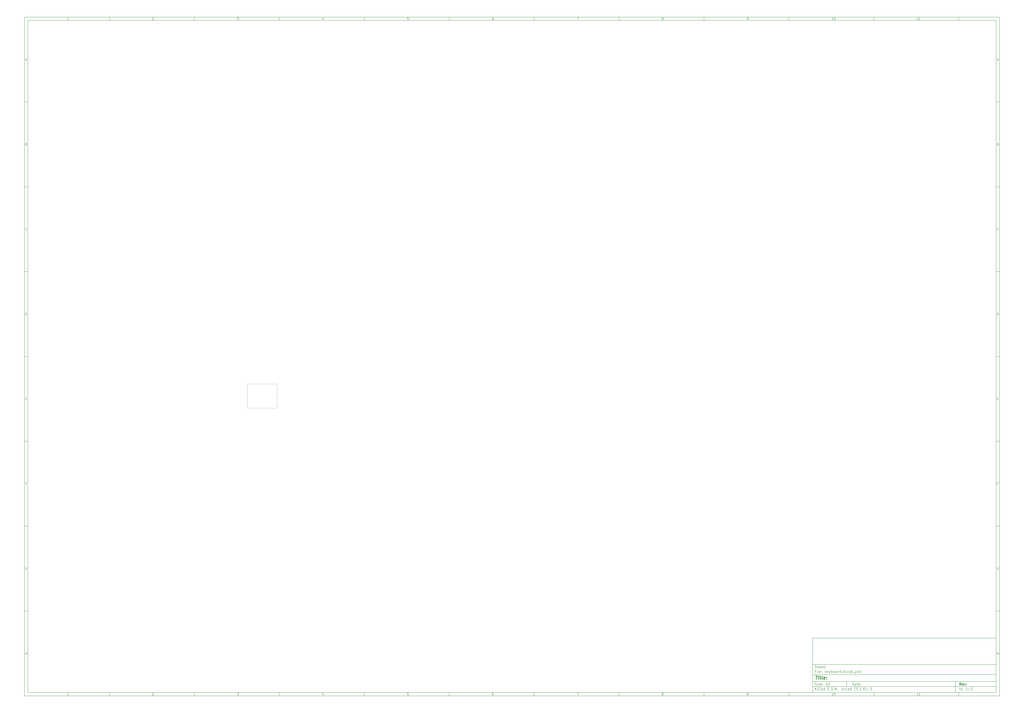
<source format=gbr>
G04 #@! TF.GenerationSoftware,KiCad,Pcbnew,(5.1.6)-1*
G04 #@! TF.CreationDate,2020-10-04T22:42:36-04:00*
G04 #@! TF.ProjectId,keyboard,6b657962-6f61-4726-942e-6b696361645f,rev?*
G04 #@! TF.SameCoordinates,Original*
G04 #@! TF.FileFunction,Other,User*
%FSLAX46Y46*%
G04 Gerber Fmt 4.6, Leading zero omitted, Abs format (unit mm)*
G04 Created by KiCad (PCBNEW (5.1.6)-1) date 2020-10-04 22:42:36*
%MOMM*%
%LPD*%
G01*
G04 APERTURE LIST*
%ADD10C,0.100000*%
%ADD11C,0.150000*%
%ADD12C,0.300000*%
%ADD13C,0.400000*%
%ADD14C,0.050000*%
G04 APERTURE END LIST*
D10*
D11*
X474004400Y-375989000D02*
X474004400Y-407989000D01*
X582004400Y-407989000D01*
X582004400Y-375989000D01*
X474004400Y-375989000D01*
D10*
D11*
X10000000Y-10000000D02*
X10000000Y-409989000D01*
X584004400Y-409989000D01*
X584004400Y-10000000D01*
X10000000Y-10000000D01*
D10*
D11*
X12000000Y-12000000D02*
X12000000Y-407989000D01*
X582004400Y-407989000D01*
X582004400Y-12000000D01*
X12000000Y-12000000D01*
D10*
D11*
X60000000Y-12000000D02*
X60000000Y-10000000D01*
D10*
D11*
X110000000Y-12000000D02*
X110000000Y-10000000D01*
D10*
D11*
X160000000Y-12000000D02*
X160000000Y-10000000D01*
D10*
D11*
X210000000Y-12000000D02*
X210000000Y-10000000D01*
D10*
D11*
X260000000Y-12000000D02*
X260000000Y-10000000D01*
D10*
D11*
X310000000Y-12000000D02*
X310000000Y-10000000D01*
D10*
D11*
X360000000Y-12000000D02*
X360000000Y-10000000D01*
D10*
D11*
X410000000Y-12000000D02*
X410000000Y-10000000D01*
D10*
D11*
X460000000Y-12000000D02*
X460000000Y-10000000D01*
D10*
D11*
X510000000Y-12000000D02*
X510000000Y-10000000D01*
D10*
D11*
X560000000Y-12000000D02*
X560000000Y-10000000D01*
D10*
D11*
X36065476Y-11588095D02*
X35322619Y-11588095D01*
X35694047Y-11588095D02*
X35694047Y-10288095D01*
X35570238Y-10473809D01*
X35446428Y-10597619D01*
X35322619Y-10659523D01*
D10*
D11*
X85322619Y-10411904D02*
X85384523Y-10350000D01*
X85508333Y-10288095D01*
X85817857Y-10288095D01*
X85941666Y-10350000D01*
X86003571Y-10411904D01*
X86065476Y-10535714D01*
X86065476Y-10659523D01*
X86003571Y-10845238D01*
X85260714Y-11588095D01*
X86065476Y-11588095D01*
D10*
D11*
X135260714Y-10288095D02*
X136065476Y-10288095D01*
X135632142Y-10783333D01*
X135817857Y-10783333D01*
X135941666Y-10845238D01*
X136003571Y-10907142D01*
X136065476Y-11030952D01*
X136065476Y-11340476D01*
X136003571Y-11464285D01*
X135941666Y-11526190D01*
X135817857Y-11588095D01*
X135446428Y-11588095D01*
X135322619Y-11526190D01*
X135260714Y-11464285D01*
D10*
D11*
X185941666Y-10721428D02*
X185941666Y-11588095D01*
X185632142Y-10226190D02*
X185322619Y-11154761D01*
X186127380Y-11154761D01*
D10*
D11*
X236003571Y-10288095D02*
X235384523Y-10288095D01*
X235322619Y-10907142D01*
X235384523Y-10845238D01*
X235508333Y-10783333D01*
X235817857Y-10783333D01*
X235941666Y-10845238D01*
X236003571Y-10907142D01*
X236065476Y-11030952D01*
X236065476Y-11340476D01*
X236003571Y-11464285D01*
X235941666Y-11526190D01*
X235817857Y-11588095D01*
X235508333Y-11588095D01*
X235384523Y-11526190D01*
X235322619Y-11464285D01*
D10*
D11*
X285941666Y-10288095D02*
X285694047Y-10288095D01*
X285570238Y-10350000D01*
X285508333Y-10411904D01*
X285384523Y-10597619D01*
X285322619Y-10845238D01*
X285322619Y-11340476D01*
X285384523Y-11464285D01*
X285446428Y-11526190D01*
X285570238Y-11588095D01*
X285817857Y-11588095D01*
X285941666Y-11526190D01*
X286003571Y-11464285D01*
X286065476Y-11340476D01*
X286065476Y-11030952D01*
X286003571Y-10907142D01*
X285941666Y-10845238D01*
X285817857Y-10783333D01*
X285570238Y-10783333D01*
X285446428Y-10845238D01*
X285384523Y-10907142D01*
X285322619Y-11030952D01*
D10*
D11*
X335260714Y-10288095D02*
X336127380Y-10288095D01*
X335570238Y-11588095D01*
D10*
D11*
X385570238Y-10845238D02*
X385446428Y-10783333D01*
X385384523Y-10721428D01*
X385322619Y-10597619D01*
X385322619Y-10535714D01*
X385384523Y-10411904D01*
X385446428Y-10350000D01*
X385570238Y-10288095D01*
X385817857Y-10288095D01*
X385941666Y-10350000D01*
X386003571Y-10411904D01*
X386065476Y-10535714D01*
X386065476Y-10597619D01*
X386003571Y-10721428D01*
X385941666Y-10783333D01*
X385817857Y-10845238D01*
X385570238Y-10845238D01*
X385446428Y-10907142D01*
X385384523Y-10969047D01*
X385322619Y-11092857D01*
X385322619Y-11340476D01*
X385384523Y-11464285D01*
X385446428Y-11526190D01*
X385570238Y-11588095D01*
X385817857Y-11588095D01*
X385941666Y-11526190D01*
X386003571Y-11464285D01*
X386065476Y-11340476D01*
X386065476Y-11092857D01*
X386003571Y-10969047D01*
X385941666Y-10907142D01*
X385817857Y-10845238D01*
D10*
D11*
X435446428Y-11588095D02*
X435694047Y-11588095D01*
X435817857Y-11526190D01*
X435879761Y-11464285D01*
X436003571Y-11278571D01*
X436065476Y-11030952D01*
X436065476Y-10535714D01*
X436003571Y-10411904D01*
X435941666Y-10350000D01*
X435817857Y-10288095D01*
X435570238Y-10288095D01*
X435446428Y-10350000D01*
X435384523Y-10411904D01*
X435322619Y-10535714D01*
X435322619Y-10845238D01*
X435384523Y-10969047D01*
X435446428Y-11030952D01*
X435570238Y-11092857D01*
X435817857Y-11092857D01*
X435941666Y-11030952D01*
X436003571Y-10969047D01*
X436065476Y-10845238D01*
D10*
D11*
X486065476Y-11588095D02*
X485322619Y-11588095D01*
X485694047Y-11588095D02*
X485694047Y-10288095D01*
X485570238Y-10473809D01*
X485446428Y-10597619D01*
X485322619Y-10659523D01*
X486870238Y-10288095D02*
X486994047Y-10288095D01*
X487117857Y-10350000D01*
X487179761Y-10411904D01*
X487241666Y-10535714D01*
X487303571Y-10783333D01*
X487303571Y-11092857D01*
X487241666Y-11340476D01*
X487179761Y-11464285D01*
X487117857Y-11526190D01*
X486994047Y-11588095D01*
X486870238Y-11588095D01*
X486746428Y-11526190D01*
X486684523Y-11464285D01*
X486622619Y-11340476D01*
X486560714Y-11092857D01*
X486560714Y-10783333D01*
X486622619Y-10535714D01*
X486684523Y-10411904D01*
X486746428Y-10350000D01*
X486870238Y-10288095D01*
D10*
D11*
X536065476Y-11588095D02*
X535322619Y-11588095D01*
X535694047Y-11588095D02*
X535694047Y-10288095D01*
X535570238Y-10473809D01*
X535446428Y-10597619D01*
X535322619Y-10659523D01*
X537303571Y-11588095D02*
X536560714Y-11588095D01*
X536932142Y-11588095D02*
X536932142Y-10288095D01*
X536808333Y-10473809D01*
X536684523Y-10597619D01*
X536560714Y-10659523D01*
D10*
D11*
X60000000Y-407989000D02*
X60000000Y-409989000D01*
D10*
D11*
X110000000Y-407989000D02*
X110000000Y-409989000D01*
D10*
D11*
X160000000Y-407989000D02*
X160000000Y-409989000D01*
D10*
D11*
X210000000Y-407989000D02*
X210000000Y-409989000D01*
D10*
D11*
X260000000Y-407989000D02*
X260000000Y-409989000D01*
D10*
D11*
X310000000Y-407989000D02*
X310000000Y-409989000D01*
D10*
D11*
X360000000Y-407989000D02*
X360000000Y-409989000D01*
D10*
D11*
X410000000Y-407989000D02*
X410000000Y-409989000D01*
D10*
D11*
X460000000Y-407989000D02*
X460000000Y-409989000D01*
D10*
D11*
X510000000Y-407989000D02*
X510000000Y-409989000D01*
D10*
D11*
X560000000Y-407989000D02*
X560000000Y-409989000D01*
D10*
D11*
X36065476Y-409577095D02*
X35322619Y-409577095D01*
X35694047Y-409577095D02*
X35694047Y-408277095D01*
X35570238Y-408462809D01*
X35446428Y-408586619D01*
X35322619Y-408648523D01*
D10*
D11*
X85322619Y-408400904D02*
X85384523Y-408339000D01*
X85508333Y-408277095D01*
X85817857Y-408277095D01*
X85941666Y-408339000D01*
X86003571Y-408400904D01*
X86065476Y-408524714D01*
X86065476Y-408648523D01*
X86003571Y-408834238D01*
X85260714Y-409577095D01*
X86065476Y-409577095D01*
D10*
D11*
X135260714Y-408277095D02*
X136065476Y-408277095D01*
X135632142Y-408772333D01*
X135817857Y-408772333D01*
X135941666Y-408834238D01*
X136003571Y-408896142D01*
X136065476Y-409019952D01*
X136065476Y-409329476D01*
X136003571Y-409453285D01*
X135941666Y-409515190D01*
X135817857Y-409577095D01*
X135446428Y-409577095D01*
X135322619Y-409515190D01*
X135260714Y-409453285D01*
D10*
D11*
X185941666Y-408710428D02*
X185941666Y-409577095D01*
X185632142Y-408215190D02*
X185322619Y-409143761D01*
X186127380Y-409143761D01*
D10*
D11*
X236003571Y-408277095D02*
X235384523Y-408277095D01*
X235322619Y-408896142D01*
X235384523Y-408834238D01*
X235508333Y-408772333D01*
X235817857Y-408772333D01*
X235941666Y-408834238D01*
X236003571Y-408896142D01*
X236065476Y-409019952D01*
X236065476Y-409329476D01*
X236003571Y-409453285D01*
X235941666Y-409515190D01*
X235817857Y-409577095D01*
X235508333Y-409577095D01*
X235384523Y-409515190D01*
X235322619Y-409453285D01*
D10*
D11*
X285941666Y-408277095D02*
X285694047Y-408277095D01*
X285570238Y-408339000D01*
X285508333Y-408400904D01*
X285384523Y-408586619D01*
X285322619Y-408834238D01*
X285322619Y-409329476D01*
X285384523Y-409453285D01*
X285446428Y-409515190D01*
X285570238Y-409577095D01*
X285817857Y-409577095D01*
X285941666Y-409515190D01*
X286003571Y-409453285D01*
X286065476Y-409329476D01*
X286065476Y-409019952D01*
X286003571Y-408896142D01*
X285941666Y-408834238D01*
X285817857Y-408772333D01*
X285570238Y-408772333D01*
X285446428Y-408834238D01*
X285384523Y-408896142D01*
X285322619Y-409019952D01*
D10*
D11*
X335260714Y-408277095D02*
X336127380Y-408277095D01*
X335570238Y-409577095D01*
D10*
D11*
X385570238Y-408834238D02*
X385446428Y-408772333D01*
X385384523Y-408710428D01*
X385322619Y-408586619D01*
X385322619Y-408524714D01*
X385384523Y-408400904D01*
X385446428Y-408339000D01*
X385570238Y-408277095D01*
X385817857Y-408277095D01*
X385941666Y-408339000D01*
X386003571Y-408400904D01*
X386065476Y-408524714D01*
X386065476Y-408586619D01*
X386003571Y-408710428D01*
X385941666Y-408772333D01*
X385817857Y-408834238D01*
X385570238Y-408834238D01*
X385446428Y-408896142D01*
X385384523Y-408958047D01*
X385322619Y-409081857D01*
X385322619Y-409329476D01*
X385384523Y-409453285D01*
X385446428Y-409515190D01*
X385570238Y-409577095D01*
X385817857Y-409577095D01*
X385941666Y-409515190D01*
X386003571Y-409453285D01*
X386065476Y-409329476D01*
X386065476Y-409081857D01*
X386003571Y-408958047D01*
X385941666Y-408896142D01*
X385817857Y-408834238D01*
D10*
D11*
X435446428Y-409577095D02*
X435694047Y-409577095D01*
X435817857Y-409515190D01*
X435879761Y-409453285D01*
X436003571Y-409267571D01*
X436065476Y-409019952D01*
X436065476Y-408524714D01*
X436003571Y-408400904D01*
X435941666Y-408339000D01*
X435817857Y-408277095D01*
X435570238Y-408277095D01*
X435446428Y-408339000D01*
X435384523Y-408400904D01*
X435322619Y-408524714D01*
X435322619Y-408834238D01*
X435384523Y-408958047D01*
X435446428Y-409019952D01*
X435570238Y-409081857D01*
X435817857Y-409081857D01*
X435941666Y-409019952D01*
X436003571Y-408958047D01*
X436065476Y-408834238D01*
D10*
D11*
X486065476Y-409577095D02*
X485322619Y-409577095D01*
X485694047Y-409577095D02*
X485694047Y-408277095D01*
X485570238Y-408462809D01*
X485446428Y-408586619D01*
X485322619Y-408648523D01*
X486870238Y-408277095D02*
X486994047Y-408277095D01*
X487117857Y-408339000D01*
X487179761Y-408400904D01*
X487241666Y-408524714D01*
X487303571Y-408772333D01*
X487303571Y-409081857D01*
X487241666Y-409329476D01*
X487179761Y-409453285D01*
X487117857Y-409515190D01*
X486994047Y-409577095D01*
X486870238Y-409577095D01*
X486746428Y-409515190D01*
X486684523Y-409453285D01*
X486622619Y-409329476D01*
X486560714Y-409081857D01*
X486560714Y-408772333D01*
X486622619Y-408524714D01*
X486684523Y-408400904D01*
X486746428Y-408339000D01*
X486870238Y-408277095D01*
D10*
D11*
X536065476Y-409577095D02*
X535322619Y-409577095D01*
X535694047Y-409577095D02*
X535694047Y-408277095D01*
X535570238Y-408462809D01*
X535446428Y-408586619D01*
X535322619Y-408648523D01*
X537303571Y-409577095D02*
X536560714Y-409577095D01*
X536932142Y-409577095D02*
X536932142Y-408277095D01*
X536808333Y-408462809D01*
X536684523Y-408586619D01*
X536560714Y-408648523D01*
D10*
D11*
X10000000Y-60000000D02*
X12000000Y-60000000D01*
D10*
D11*
X10000000Y-110000000D02*
X12000000Y-110000000D01*
D10*
D11*
X10000000Y-160000000D02*
X12000000Y-160000000D01*
D10*
D11*
X10000000Y-210000000D02*
X12000000Y-210000000D01*
D10*
D11*
X10000000Y-260000000D02*
X12000000Y-260000000D01*
D10*
D11*
X10000000Y-310000000D02*
X12000000Y-310000000D01*
D10*
D11*
X10000000Y-360000000D02*
X12000000Y-360000000D01*
D10*
D11*
X10690476Y-35216666D02*
X11309523Y-35216666D01*
X10566666Y-35588095D02*
X11000000Y-34288095D01*
X11433333Y-35588095D01*
D10*
D11*
X11092857Y-84907142D02*
X11278571Y-84969047D01*
X11340476Y-85030952D01*
X11402380Y-85154761D01*
X11402380Y-85340476D01*
X11340476Y-85464285D01*
X11278571Y-85526190D01*
X11154761Y-85588095D01*
X10659523Y-85588095D01*
X10659523Y-84288095D01*
X11092857Y-84288095D01*
X11216666Y-84350000D01*
X11278571Y-84411904D01*
X11340476Y-84535714D01*
X11340476Y-84659523D01*
X11278571Y-84783333D01*
X11216666Y-84845238D01*
X11092857Y-84907142D01*
X10659523Y-84907142D01*
D10*
D11*
X11402380Y-135464285D02*
X11340476Y-135526190D01*
X11154761Y-135588095D01*
X11030952Y-135588095D01*
X10845238Y-135526190D01*
X10721428Y-135402380D01*
X10659523Y-135278571D01*
X10597619Y-135030952D01*
X10597619Y-134845238D01*
X10659523Y-134597619D01*
X10721428Y-134473809D01*
X10845238Y-134350000D01*
X11030952Y-134288095D01*
X11154761Y-134288095D01*
X11340476Y-134350000D01*
X11402380Y-134411904D01*
D10*
D11*
X10659523Y-185588095D02*
X10659523Y-184288095D01*
X10969047Y-184288095D01*
X11154761Y-184350000D01*
X11278571Y-184473809D01*
X11340476Y-184597619D01*
X11402380Y-184845238D01*
X11402380Y-185030952D01*
X11340476Y-185278571D01*
X11278571Y-185402380D01*
X11154761Y-185526190D01*
X10969047Y-185588095D01*
X10659523Y-185588095D01*
D10*
D11*
X10721428Y-234907142D02*
X11154761Y-234907142D01*
X11340476Y-235588095D02*
X10721428Y-235588095D01*
X10721428Y-234288095D01*
X11340476Y-234288095D01*
D10*
D11*
X11185714Y-284907142D02*
X10752380Y-284907142D01*
X10752380Y-285588095D02*
X10752380Y-284288095D01*
X11371428Y-284288095D01*
D10*
D11*
X11340476Y-334350000D02*
X11216666Y-334288095D01*
X11030952Y-334288095D01*
X10845238Y-334350000D01*
X10721428Y-334473809D01*
X10659523Y-334597619D01*
X10597619Y-334845238D01*
X10597619Y-335030952D01*
X10659523Y-335278571D01*
X10721428Y-335402380D01*
X10845238Y-335526190D01*
X11030952Y-335588095D01*
X11154761Y-335588095D01*
X11340476Y-335526190D01*
X11402380Y-335464285D01*
X11402380Y-335030952D01*
X11154761Y-335030952D01*
D10*
D11*
X10628571Y-385588095D02*
X10628571Y-384288095D01*
X10628571Y-384907142D02*
X11371428Y-384907142D01*
X11371428Y-385588095D02*
X11371428Y-384288095D01*
D10*
D11*
X584004400Y-60000000D02*
X582004400Y-60000000D01*
D10*
D11*
X584004400Y-110000000D02*
X582004400Y-110000000D01*
D10*
D11*
X584004400Y-160000000D02*
X582004400Y-160000000D01*
D10*
D11*
X584004400Y-210000000D02*
X582004400Y-210000000D01*
D10*
D11*
X584004400Y-260000000D02*
X582004400Y-260000000D01*
D10*
D11*
X584004400Y-310000000D02*
X582004400Y-310000000D01*
D10*
D11*
X584004400Y-360000000D02*
X582004400Y-360000000D01*
D10*
D11*
X582694876Y-35216666D02*
X583313923Y-35216666D01*
X582571066Y-35588095D02*
X583004400Y-34288095D01*
X583437733Y-35588095D01*
D10*
D11*
X583097257Y-84907142D02*
X583282971Y-84969047D01*
X583344876Y-85030952D01*
X583406780Y-85154761D01*
X583406780Y-85340476D01*
X583344876Y-85464285D01*
X583282971Y-85526190D01*
X583159161Y-85588095D01*
X582663923Y-85588095D01*
X582663923Y-84288095D01*
X583097257Y-84288095D01*
X583221066Y-84350000D01*
X583282971Y-84411904D01*
X583344876Y-84535714D01*
X583344876Y-84659523D01*
X583282971Y-84783333D01*
X583221066Y-84845238D01*
X583097257Y-84907142D01*
X582663923Y-84907142D01*
D10*
D11*
X583406780Y-135464285D02*
X583344876Y-135526190D01*
X583159161Y-135588095D01*
X583035352Y-135588095D01*
X582849638Y-135526190D01*
X582725828Y-135402380D01*
X582663923Y-135278571D01*
X582602019Y-135030952D01*
X582602019Y-134845238D01*
X582663923Y-134597619D01*
X582725828Y-134473809D01*
X582849638Y-134350000D01*
X583035352Y-134288095D01*
X583159161Y-134288095D01*
X583344876Y-134350000D01*
X583406780Y-134411904D01*
D10*
D11*
X582663923Y-185588095D02*
X582663923Y-184288095D01*
X582973447Y-184288095D01*
X583159161Y-184350000D01*
X583282971Y-184473809D01*
X583344876Y-184597619D01*
X583406780Y-184845238D01*
X583406780Y-185030952D01*
X583344876Y-185278571D01*
X583282971Y-185402380D01*
X583159161Y-185526190D01*
X582973447Y-185588095D01*
X582663923Y-185588095D01*
D10*
D11*
X582725828Y-234907142D02*
X583159161Y-234907142D01*
X583344876Y-235588095D02*
X582725828Y-235588095D01*
X582725828Y-234288095D01*
X583344876Y-234288095D01*
D10*
D11*
X583190114Y-284907142D02*
X582756780Y-284907142D01*
X582756780Y-285588095D02*
X582756780Y-284288095D01*
X583375828Y-284288095D01*
D10*
D11*
X583344876Y-334350000D02*
X583221066Y-334288095D01*
X583035352Y-334288095D01*
X582849638Y-334350000D01*
X582725828Y-334473809D01*
X582663923Y-334597619D01*
X582602019Y-334845238D01*
X582602019Y-335030952D01*
X582663923Y-335278571D01*
X582725828Y-335402380D01*
X582849638Y-335526190D01*
X583035352Y-335588095D01*
X583159161Y-335588095D01*
X583344876Y-335526190D01*
X583406780Y-335464285D01*
X583406780Y-335030952D01*
X583159161Y-335030952D01*
D10*
D11*
X582632971Y-385588095D02*
X582632971Y-384288095D01*
X582632971Y-384907142D02*
X583375828Y-384907142D01*
X583375828Y-385588095D02*
X583375828Y-384288095D01*
D10*
D11*
X497436542Y-403767571D02*
X497436542Y-402267571D01*
X497793685Y-402267571D01*
X498007971Y-402339000D01*
X498150828Y-402481857D01*
X498222257Y-402624714D01*
X498293685Y-402910428D01*
X498293685Y-403124714D01*
X498222257Y-403410428D01*
X498150828Y-403553285D01*
X498007971Y-403696142D01*
X497793685Y-403767571D01*
X497436542Y-403767571D01*
X499579400Y-403767571D02*
X499579400Y-402981857D01*
X499507971Y-402839000D01*
X499365114Y-402767571D01*
X499079400Y-402767571D01*
X498936542Y-402839000D01*
X499579400Y-403696142D02*
X499436542Y-403767571D01*
X499079400Y-403767571D01*
X498936542Y-403696142D01*
X498865114Y-403553285D01*
X498865114Y-403410428D01*
X498936542Y-403267571D01*
X499079400Y-403196142D01*
X499436542Y-403196142D01*
X499579400Y-403124714D01*
X500079400Y-402767571D02*
X500650828Y-402767571D01*
X500293685Y-402267571D02*
X500293685Y-403553285D01*
X500365114Y-403696142D01*
X500507971Y-403767571D01*
X500650828Y-403767571D01*
X501722257Y-403696142D02*
X501579400Y-403767571D01*
X501293685Y-403767571D01*
X501150828Y-403696142D01*
X501079400Y-403553285D01*
X501079400Y-402981857D01*
X501150828Y-402839000D01*
X501293685Y-402767571D01*
X501579400Y-402767571D01*
X501722257Y-402839000D01*
X501793685Y-402981857D01*
X501793685Y-403124714D01*
X501079400Y-403267571D01*
X502436542Y-403624714D02*
X502507971Y-403696142D01*
X502436542Y-403767571D01*
X502365114Y-403696142D01*
X502436542Y-403624714D01*
X502436542Y-403767571D01*
X502436542Y-402839000D02*
X502507971Y-402910428D01*
X502436542Y-402981857D01*
X502365114Y-402910428D01*
X502436542Y-402839000D01*
X502436542Y-402981857D01*
D10*
D11*
X474004400Y-404489000D02*
X582004400Y-404489000D01*
D10*
D11*
X475436542Y-406567571D02*
X475436542Y-405067571D01*
X476293685Y-406567571D02*
X475650828Y-405710428D01*
X476293685Y-405067571D02*
X475436542Y-405924714D01*
X476936542Y-406567571D02*
X476936542Y-405567571D01*
X476936542Y-405067571D02*
X476865114Y-405139000D01*
X476936542Y-405210428D01*
X477007971Y-405139000D01*
X476936542Y-405067571D01*
X476936542Y-405210428D01*
X478507971Y-406424714D02*
X478436542Y-406496142D01*
X478222257Y-406567571D01*
X478079400Y-406567571D01*
X477865114Y-406496142D01*
X477722257Y-406353285D01*
X477650828Y-406210428D01*
X477579400Y-405924714D01*
X477579400Y-405710428D01*
X477650828Y-405424714D01*
X477722257Y-405281857D01*
X477865114Y-405139000D01*
X478079400Y-405067571D01*
X478222257Y-405067571D01*
X478436542Y-405139000D01*
X478507971Y-405210428D01*
X479793685Y-406567571D02*
X479793685Y-405781857D01*
X479722257Y-405639000D01*
X479579400Y-405567571D01*
X479293685Y-405567571D01*
X479150828Y-405639000D01*
X479793685Y-406496142D02*
X479650828Y-406567571D01*
X479293685Y-406567571D01*
X479150828Y-406496142D01*
X479079400Y-406353285D01*
X479079400Y-406210428D01*
X479150828Y-406067571D01*
X479293685Y-405996142D01*
X479650828Y-405996142D01*
X479793685Y-405924714D01*
X481150828Y-406567571D02*
X481150828Y-405067571D01*
X481150828Y-406496142D02*
X481007971Y-406567571D01*
X480722257Y-406567571D01*
X480579400Y-406496142D01*
X480507971Y-406424714D01*
X480436542Y-406281857D01*
X480436542Y-405853285D01*
X480507971Y-405710428D01*
X480579400Y-405639000D01*
X480722257Y-405567571D01*
X481007971Y-405567571D01*
X481150828Y-405639000D01*
X483007971Y-405781857D02*
X483507971Y-405781857D01*
X483722257Y-406567571D02*
X483007971Y-406567571D01*
X483007971Y-405067571D01*
X483722257Y-405067571D01*
X484365114Y-406424714D02*
X484436542Y-406496142D01*
X484365114Y-406567571D01*
X484293685Y-406496142D01*
X484365114Y-406424714D01*
X484365114Y-406567571D01*
X485079400Y-406567571D02*
X485079400Y-405067571D01*
X485436542Y-405067571D01*
X485650828Y-405139000D01*
X485793685Y-405281857D01*
X485865114Y-405424714D01*
X485936542Y-405710428D01*
X485936542Y-405924714D01*
X485865114Y-406210428D01*
X485793685Y-406353285D01*
X485650828Y-406496142D01*
X485436542Y-406567571D01*
X485079400Y-406567571D01*
X486579400Y-406424714D02*
X486650828Y-406496142D01*
X486579400Y-406567571D01*
X486507971Y-406496142D01*
X486579400Y-406424714D01*
X486579400Y-406567571D01*
X487222257Y-406139000D02*
X487936542Y-406139000D01*
X487079400Y-406567571D02*
X487579400Y-405067571D01*
X488079400Y-406567571D01*
X488579400Y-406424714D02*
X488650828Y-406496142D01*
X488579400Y-406567571D01*
X488507971Y-406496142D01*
X488579400Y-406424714D01*
X488579400Y-406567571D01*
X491579400Y-406567571D02*
X491579400Y-405067571D01*
X491722257Y-405996142D02*
X492150828Y-406567571D01*
X492150828Y-405567571D02*
X491579400Y-406139000D01*
X492793685Y-406567571D02*
X492793685Y-405567571D01*
X492793685Y-405067571D02*
X492722257Y-405139000D01*
X492793685Y-405210428D01*
X492865114Y-405139000D01*
X492793685Y-405067571D01*
X492793685Y-405210428D01*
X494150828Y-406496142D02*
X494007971Y-406567571D01*
X493722257Y-406567571D01*
X493579400Y-406496142D01*
X493507971Y-406424714D01*
X493436542Y-406281857D01*
X493436542Y-405853285D01*
X493507971Y-405710428D01*
X493579400Y-405639000D01*
X493722257Y-405567571D01*
X494007971Y-405567571D01*
X494150828Y-405639000D01*
X495436542Y-406567571D02*
X495436542Y-405781857D01*
X495365114Y-405639000D01*
X495222257Y-405567571D01*
X494936542Y-405567571D01*
X494793685Y-405639000D01*
X495436542Y-406496142D02*
X495293685Y-406567571D01*
X494936542Y-406567571D01*
X494793685Y-406496142D01*
X494722257Y-406353285D01*
X494722257Y-406210428D01*
X494793685Y-406067571D01*
X494936542Y-405996142D01*
X495293685Y-405996142D01*
X495436542Y-405924714D01*
X496793685Y-406567571D02*
X496793685Y-405067571D01*
X496793685Y-406496142D02*
X496650828Y-406567571D01*
X496365114Y-406567571D01*
X496222257Y-406496142D01*
X496150828Y-406424714D01*
X496079400Y-406281857D01*
X496079400Y-405853285D01*
X496150828Y-405710428D01*
X496222257Y-405639000D01*
X496365114Y-405567571D01*
X496650828Y-405567571D01*
X496793685Y-405639000D01*
X499079400Y-407139000D02*
X499007971Y-407067571D01*
X498865114Y-406853285D01*
X498793685Y-406710428D01*
X498722257Y-406496142D01*
X498650828Y-406139000D01*
X498650828Y-405853285D01*
X498722257Y-405496142D01*
X498793685Y-405281857D01*
X498865114Y-405139000D01*
X499007971Y-404924714D01*
X499079400Y-404853285D01*
X500365114Y-405067571D02*
X499650828Y-405067571D01*
X499579400Y-405781857D01*
X499650828Y-405710428D01*
X499793685Y-405639000D01*
X500150828Y-405639000D01*
X500293685Y-405710428D01*
X500365114Y-405781857D01*
X500436542Y-405924714D01*
X500436542Y-406281857D01*
X500365114Y-406424714D01*
X500293685Y-406496142D01*
X500150828Y-406567571D01*
X499793685Y-406567571D01*
X499650828Y-406496142D01*
X499579400Y-406424714D01*
X501079400Y-406424714D02*
X501150828Y-406496142D01*
X501079400Y-406567571D01*
X501007971Y-406496142D01*
X501079400Y-406424714D01*
X501079400Y-406567571D01*
X502579400Y-406567571D02*
X501722257Y-406567571D01*
X502150828Y-406567571D02*
X502150828Y-405067571D01*
X502007971Y-405281857D01*
X501865114Y-405424714D01*
X501722257Y-405496142D01*
X503222257Y-406424714D02*
X503293685Y-406496142D01*
X503222257Y-406567571D01*
X503150828Y-406496142D01*
X503222257Y-406424714D01*
X503222257Y-406567571D01*
X504579400Y-405067571D02*
X504293685Y-405067571D01*
X504150828Y-405139000D01*
X504079400Y-405210428D01*
X503936542Y-405424714D01*
X503865114Y-405710428D01*
X503865114Y-406281857D01*
X503936542Y-406424714D01*
X504007971Y-406496142D01*
X504150828Y-406567571D01*
X504436542Y-406567571D01*
X504579400Y-406496142D01*
X504650828Y-406424714D01*
X504722257Y-406281857D01*
X504722257Y-405924714D01*
X504650828Y-405781857D01*
X504579400Y-405710428D01*
X504436542Y-405639000D01*
X504150828Y-405639000D01*
X504007971Y-405710428D01*
X503936542Y-405781857D01*
X503865114Y-405924714D01*
X505222257Y-407139000D02*
X505293685Y-407067571D01*
X505436542Y-406853285D01*
X505507971Y-406710428D01*
X505579400Y-406496142D01*
X505650828Y-406139000D01*
X505650828Y-405853285D01*
X505579400Y-405496142D01*
X505507971Y-405281857D01*
X505436542Y-405139000D01*
X505293685Y-404924714D01*
X505222257Y-404853285D01*
X506365114Y-405996142D02*
X507507971Y-405996142D01*
X509007971Y-406567571D02*
X508150828Y-406567571D01*
X508579400Y-406567571D02*
X508579400Y-405067571D01*
X508436542Y-405281857D01*
X508293685Y-405424714D01*
X508150828Y-405496142D01*
D10*
D11*
X474004400Y-401489000D02*
X582004400Y-401489000D01*
D10*
D12*
X561413685Y-403767571D02*
X560913685Y-403053285D01*
X560556542Y-403767571D02*
X560556542Y-402267571D01*
X561127971Y-402267571D01*
X561270828Y-402339000D01*
X561342257Y-402410428D01*
X561413685Y-402553285D01*
X561413685Y-402767571D01*
X561342257Y-402910428D01*
X561270828Y-402981857D01*
X561127971Y-403053285D01*
X560556542Y-403053285D01*
X562627971Y-403696142D02*
X562485114Y-403767571D01*
X562199400Y-403767571D01*
X562056542Y-403696142D01*
X561985114Y-403553285D01*
X561985114Y-402981857D01*
X562056542Y-402839000D01*
X562199400Y-402767571D01*
X562485114Y-402767571D01*
X562627971Y-402839000D01*
X562699400Y-402981857D01*
X562699400Y-403124714D01*
X561985114Y-403267571D01*
X563199400Y-402767571D02*
X563556542Y-403767571D01*
X563913685Y-402767571D01*
X564485114Y-403624714D02*
X564556542Y-403696142D01*
X564485114Y-403767571D01*
X564413685Y-403696142D01*
X564485114Y-403624714D01*
X564485114Y-403767571D01*
X564485114Y-402839000D02*
X564556542Y-402910428D01*
X564485114Y-402981857D01*
X564413685Y-402910428D01*
X564485114Y-402839000D01*
X564485114Y-402981857D01*
D10*
D11*
X475365114Y-403696142D02*
X475579400Y-403767571D01*
X475936542Y-403767571D01*
X476079400Y-403696142D01*
X476150828Y-403624714D01*
X476222257Y-403481857D01*
X476222257Y-403339000D01*
X476150828Y-403196142D01*
X476079400Y-403124714D01*
X475936542Y-403053285D01*
X475650828Y-402981857D01*
X475507971Y-402910428D01*
X475436542Y-402839000D01*
X475365114Y-402696142D01*
X475365114Y-402553285D01*
X475436542Y-402410428D01*
X475507971Y-402339000D01*
X475650828Y-402267571D01*
X476007971Y-402267571D01*
X476222257Y-402339000D01*
X476865114Y-403767571D02*
X476865114Y-402767571D01*
X476865114Y-402267571D02*
X476793685Y-402339000D01*
X476865114Y-402410428D01*
X476936542Y-402339000D01*
X476865114Y-402267571D01*
X476865114Y-402410428D01*
X477436542Y-402767571D02*
X478222257Y-402767571D01*
X477436542Y-403767571D01*
X478222257Y-403767571D01*
X479365114Y-403696142D02*
X479222257Y-403767571D01*
X478936542Y-403767571D01*
X478793685Y-403696142D01*
X478722257Y-403553285D01*
X478722257Y-402981857D01*
X478793685Y-402839000D01*
X478936542Y-402767571D01*
X479222257Y-402767571D01*
X479365114Y-402839000D01*
X479436542Y-402981857D01*
X479436542Y-403124714D01*
X478722257Y-403267571D01*
X480079400Y-403624714D02*
X480150828Y-403696142D01*
X480079400Y-403767571D01*
X480007971Y-403696142D01*
X480079400Y-403624714D01*
X480079400Y-403767571D01*
X480079400Y-402839000D02*
X480150828Y-402910428D01*
X480079400Y-402981857D01*
X480007971Y-402910428D01*
X480079400Y-402839000D01*
X480079400Y-402981857D01*
X481865114Y-403339000D02*
X482579400Y-403339000D01*
X481722257Y-403767571D02*
X482222257Y-402267571D01*
X482722257Y-403767571D01*
X483150828Y-402410428D02*
X483222257Y-402339000D01*
X483365114Y-402267571D01*
X483722257Y-402267571D01*
X483865114Y-402339000D01*
X483936542Y-402410428D01*
X484007971Y-402553285D01*
X484007971Y-402696142D01*
X483936542Y-402910428D01*
X483079400Y-403767571D01*
X484007971Y-403767571D01*
D10*
D11*
X560436542Y-406567571D02*
X560436542Y-405067571D01*
X561793685Y-406567571D02*
X561793685Y-405067571D01*
X561793685Y-406496142D02*
X561650828Y-406567571D01*
X561365114Y-406567571D01*
X561222257Y-406496142D01*
X561150828Y-406424714D01*
X561079400Y-406281857D01*
X561079400Y-405853285D01*
X561150828Y-405710428D01*
X561222257Y-405639000D01*
X561365114Y-405567571D01*
X561650828Y-405567571D01*
X561793685Y-405639000D01*
X562507971Y-406424714D02*
X562579400Y-406496142D01*
X562507971Y-406567571D01*
X562436542Y-406496142D01*
X562507971Y-406424714D01*
X562507971Y-406567571D01*
X562507971Y-405639000D02*
X562579400Y-405710428D01*
X562507971Y-405781857D01*
X562436542Y-405710428D01*
X562507971Y-405639000D01*
X562507971Y-405781857D01*
X565150828Y-406567571D02*
X564293685Y-406567571D01*
X564722257Y-406567571D02*
X564722257Y-405067571D01*
X564579400Y-405281857D01*
X564436542Y-405424714D01*
X564293685Y-405496142D01*
X566865114Y-404996142D02*
X565579400Y-406924714D01*
X568150828Y-406567571D02*
X567293685Y-406567571D01*
X567722257Y-406567571D02*
X567722257Y-405067571D01*
X567579400Y-405281857D01*
X567436542Y-405424714D01*
X567293685Y-405496142D01*
D10*
D11*
X474004400Y-397489000D02*
X582004400Y-397489000D01*
D10*
D13*
X475716780Y-398193761D02*
X476859638Y-398193761D01*
X476038209Y-400193761D02*
X476288209Y-398193761D01*
X477276304Y-400193761D02*
X477442971Y-398860428D01*
X477526304Y-398193761D02*
X477419161Y-398289000D01*
X477502495Y-398384238D01*
X477609638Y-398289000D01*
X477526304Y-398193761D01*
X477502495Y-398384238D01*
X478109638Y-398860428D02*
X478871542Y-398860428D01*
X478478685Y-398193761D02*
X478264400Y-399908047D01*
X478335828Y-400098523D01*
X478514400Y-400193761D01*
X478704876Y-400193761D01*
X479657257Y-400193761D02*
X479478685Y-400098523D01*
X479407257Y-399908047D01*
X479621542Y-398193761D01*
X481192971Y-400098523D02*
X480990590Y-400193761D01*
X480609638Y-400193761D01*
X480431066Y-400098523D01*
X480359638Y-399908047D01*
X480454876Y-399146142D01*
X480573923Y-398955666D01*
X480776304Y-398860428D01*
X481157257Y-398860428D01*
X481335828Y-398955666D01*
X481407257Y-399146142D01*
X481383447Y-399336619D01*
X480407257Y-399527095D01*
X482157257Y-400003285D02*
X482240590Y-400098523D01*
X482133447Y-400193761D01*
X482050114Y-400098523D01*
X482157257Y-400003285D01*
X482133447Y-400193761D01*
X482288209Y-398955666D02*
X482371542Y-399050904D01*
X482264400Y-399146142D01*
X482181066Y-399050904D01*
X482288209Y-398955666D01*
X482264400Y-399146142D01*
D10*
D11*
X475936542Y-395581857D02*
X475436542Y-395581857D01*
X475436542Y-396367571D02*
X475436542Y-394867571D01*
X476150828Y-394867571D01*
X476722257Y-396367571D02*
X476722257Y-395367571D01*
X476722257Y-394867571D02*
X476650828Y-394939000D01*
X476722257Y-395010428D01*
X476793685Y-394939000D01*
X476722257Y-394867571D01*
X476722257Y-395010428D01*
X477650828Y-396367571D02*
X477507971Y-396296142D01*
X477436542Y-396153285D01*
X477436542Y-394867571D01*
X478793685Y-396296142D02*
X478650828Y-396367571D01*
X478365114Y-396367571D01*
X478222257Y-396296142D01*
X478150828Y-396153285D01*
X478150828Y-395581857D01*
X478222257Y-395439000D01*
X478365114Y-395367571D01*
X478650828Y-395367571D01*
X478793685Y-395439000D01*
X478865114Y-395581857D01*
X478865114Y-395724714D01*
X478150828Y-395867571D01*
X479507971Y-396224714D02*
X479579400Y-396296142D01*
X479507971Y-396367571D01*
X479436542Y-396296142D01*
X479507971Y-396224714D01*
X479507971Y-396367571D01*
X479507971Y-395439000D02*
X479579400Y-395510428D01*
X479507971Y-395581857D01*
X479436542Y-395510428D01*
X479507971Y-395439000D01*
X479507971Y-395581857D01*
X481365114Y-396367571D02*
X481365114Y-394867571D01*
X481507971Y-395796142D02*
X481936542Y-396367571D01*
X481936542Y-395367571D02*
X481365114Y-395939000D01*
X483150828Y-396296142D02*
X483007971Y-396367571D01*
X482722257Y-396367571D01*
X482579400Y-396296142D01*
X482507971Y-396153285D01*
X482507971Y-395581857D01*
X482579400Y-395439000D01*
X482722257Y-395367571D01*
X483007971Y-395367571D01*
X483150828Y-395439000D01*
X483222257Y-395581857D01*
X483222257Y-395724714D01*
X482507971Y-395867571D01*
X483722257Y-395367571D02*
X484079400Y-396367571D01*
X484436542Y-395367571D02*
X484079400Y-396367571D01*
X483936542Y-396724714D01*
X483865114Y-396796142D01*
X483722257Y-396867571D01*
X485007971Y-396367571D02*
X485007971Y-394867571D01*
X485007971Y-395439000D02*
X485150828Y-395367571D01*
X485436542Y-395367571D01*
X485579400Y-395439000D01*
X485650828Y-395510428D01*
X485722257Y-395653285D01*
X485722257Y-396081857D01*
X485650828Y-396224714D01*
X485579400Y-396296142D01*
X485436542Y-396367571D01*
X485150828Y-396367571D01*
X485007971Y-396296142D01*
X486579400Y-396367571D02*
X486436542Y-396296142D01*
X486365114Y-396224714D01*
X486293685Y-396081857D01*
X486293685Y-395653285D01*
X486365114Y-395510428D01*
X486436542Y-395439000D01*
X486579400Y-395367571D01*
X486793685Y-395367571D01*
X486936542Y-395439000D01*
X487007971Y-395510428D01*
X487079400Y-395653285D01*
X487079400Y-396081857D01*
X487007971Y-396224714D01*
X486936542Y-396296142D01*
X486793685Y-396367571D01*
X486579400Y-396367571D01*
X488365114Y-396367571D02*
X488365114Y-395581857D01*
X488293685Y-395439000D01*
X488150828Y-395367571D01*
X487865114Y-395367571D01*
X487722257Y-395439000D01*
X488365114Y-396296142D02*
X488222257Y-396367571D01*
X487865114Y-396367571D01*
X487722257Y-396296142D01*
X487650828Y-396153285D01*
X487650828Y-396010428D01*
X487722257Y-395867571D01*
X487865114Y-395796142D01*
X488222257Y-395796142D01*
X488365114Y-395724714D01*
X489079400Y-396367571D02*
X489079400Y-395367571D01*
X489079400Y-395653285D02*
X489150828Y-395510428D01*
X489222257Y-395439000D01*
X489365114Y-395367571D01*
X489507971Y-395367571D01*
X490650828Y-396367571D02*
X490650828Y-394867571D01*
X490650828Y-396296142D02*
X490507971Y-396367571D01*
X490222257Y-396367571D01*
X490079400Y-396296142D01*
X490007971Y-396224714D01*
X489936542Y-396081857D01*
X489936542Y-395653285D01*
X490007971Y-395510428D01*
X490079400Y-395439000D01*
X490222257Y-395367571D01*
X490507971Y-395367571D01*
X490650828Y-395439000D01*
X491365114Y-396224714D02*
X491436542Y-396296142D01*
X491365114Y-396367571D01*
X491293685Y-396296142D01*
X491365114Y-396224714D01*
X491365114Y-396367571D01*
X492079400Y-396367571D02*
X492079400Y-394867571D01*
X492222257Y-395796142D02*
X492650828Y-396367571D01*
X492650828Y-395367571D02*
X492079400Y-395939000D01*
X493293685Y-396367571D02*
X493293685Y-395367571D01*
X493293685Y-394867571D02*
X493222257Y-394939000D01*
X493293685Y-395010428D01*
X493365114Y-394939000D01*
X493293685Y-394867571D01*
X493293685Y-395010428D01*
X494650828Y-396296142D02*
X494507971Y-396367571D01*
X494222257Y-396367571D01*
X494079400Y-396296142D01*
X494007971Y-396224714D01*
X493936542Y-396081857D01*
X493936542Y-395653285D01*
X494007971Y-395510428D01*
X494079400Y-395439000D01*
X494222257Y-395367571D01*
X494507971Y-395367571D01*
X494650828Y-395439000D01*
X495936542Y-396367571D02*
X495936542Y-395581857D01*
X495865114Y-395439000D01*
X495722257Y-395367571D01*
X495436542Y-395367571D01*
X495293685Y-395439000D01*
X495936542Y-396296142D02*
X495793685Y-396367571D01*
X495436542Y-396367571D01*
X495293685Y-396296142D01*
X495222257Y-396153285D01*
X495222257Y-396010428D01*
X495293685Y-395867571D01*
X495436542Y-395796142D01*
X495793685Y-395796142D01*
X495936542Y-395724714D01*
X497293685Y-396367571D02*
X497293685Y-394867571D01*
X497293685Y-396296142D02*
X497150828Y-396367571D01*
X496865114Y-396367571D01*
X496722257Y-396296142D01*
X496650828Y-396224714D01*
X496579400Y-396081857D01*
X496579400Y-395653285D01*
X496650828Y-395510428D01*
X496722257Y-395439000D01*
X496865114Y-395367571D01*
X497150828Y-395367571D01*
X497293685Y-395439000D01*
X497650828Y-396510428D02*
X498793685Y-396510428D01*
X499150828Y-395367571D02*
X499150828Y-396867571D01*
X499150828Y-395439000D02*
X499293685Y-395367571D01*
X499579400Y-395367571D01*
X499722257Y-395439000D01*
X499793685Y-395510428D01*
X499865114Y-395653285D01*
X499865114Y-396081857D01*
X499793685Y-396224714D01*
X499722257Y-396296142D01*
X499579400Y-396367571D01*
X499293685Y-396367571D01*
X499150828Y-396296142D01*
X501150828Y-396296142D02*
X501007971Y-396367571D01*
X500722257Y-396367571D01*
X500579400Y-396296142D01*
X500507971Y-396224714D01*
X500436542Y-396081857D01*
X500436542Y-395653285D01*
X500507971Y-395510428D01*
X500579400Y-395439000D01*
X500722257Y-395367571D01*
X501007971Y-395367571D01*
X501150828Y-395439000D01*
X501793685Y-396367571D02*
X501793685Y-394867571D01*
X501793685Y-395439000D02*
X501936542Y-395367571D01*
X502222257Y-395367571D01*
X502365114Y-395439000D01*
X502436542Y-395510428D01*
X502507971Y-395653285D01*
X502507971Y-396081857D01*
X502436542Y-396224714D01*
X502365114Y-396296142D01*
X502222257Y-396367571D01*
X501936542Y-396367571D01*
X501793685Y-396296142D01*
D10*
D11*
X474004400Y-391489000D02*
X582004400Y-391489000D01*
D10*
D11*
X475365114Y-393596142D02*
X475579400Y-393667571D01*
X475936542Y-393667571D01*
X476079400Y-393596142D01*
X476150828Y-393524714D01*
X476222257Y-393381857D01*
X476222257Y-393239000D01*
X476150828Y-393096142D01*
X476079400Y-393024714D01*
X475936542Y-392953285D01*
X475650828Y-392881857D01*
X475507971Y-392810428D01*
X475436542Y-392739000D01*
X475365114Y-392596142D01*
X475365114Y-392453285D01*
X475436542Y-392310428D01*
X475507971Y-392239000D01*
X475650828Y-392167571D01*
X476007971Y-392167571D01*
X476222257Y-392239000D01*
X476865114Y-393667571D02*
X476865114Y-392167571D01*
X477507971Y-393667571D02*
X477507971Y-392881857D01*
X477436542Y-392739000D01*
X477293685Y-392667571D01*
X477079400Y-392667571D01*
X476936542Y-392739000D01*
X476865114Y-392810428D01*
X478793685Y-393596142D02*
X478650828Y-393667571D01*
X478365114Y-393667571D01*
X478222257Y-393596142D01*
X478150828Y-393453285D01*
X478150828Y-392881857D01*
X478222257Y-392739000D01*
X478365114Y-392667571D01*
X478650828Y-392667571D01*
X478793685Y-392739000D01*
X478865114Y-392881857D01*
X478865114Y-393024714D01*
X478150828Y-393167571D01*
X480079400Y-393596142D02*
X479936542Y-393667571D01*
X479650828Y-393667571D01*
X479507971Y-393596142D01*
X479436542Y-393453285D01*
X479436542Y-392881857D01*
X479507971Y-392739000D01*
X479650828Y-392667571D01*
X479936542Y-392667571D01*
X480079400Y-392739000D01*
X480150828Y-392881857D01*
X480150828Y-393024714D01*
X479436542Y-393167571D01*
X480579400Y-392667571D02*
X481150828Y-392667571D01*
X480793685Y-392167571D02*
X480793685Y-393453285D01*
X480865114Y-393596142D01*
X481007971Y-393667571D01*
X481150828Y-393667571D01*
X481650828Y-393524714D02*
X481722257Y-393596142D01*
X481650828Y-393667571D01*
X481579400Y-393596142D01*
X481650828Y-393524714D01*
X481650828Y-393667571D01*
X481650828Y-392739000D02*
X481722257Y-392810428D01*
X481650828Y-392881857D01*
X481579400Y-392810428D01*
X481650828Y-392739000D01*
X481650828Y-392881857D01*
D10*
D11*
X494004400Y-401489000D02*
X494004400Y-404489000D01*
D10*
D11*
X558004400Y-401489000D02*
X558004400Y-407989000D01*
D14*
X158652750Y-240422500D02*
X141152750Y-240422500D01*
X158652750Y-240422500D02*
X158652750Y-226222500D01*
X141152750Y-226222500D02*
X141152750Y-240422500D01*
X141152750Y-226222500D02*
X158652750Y-226222500D01*
M02*

</source>
